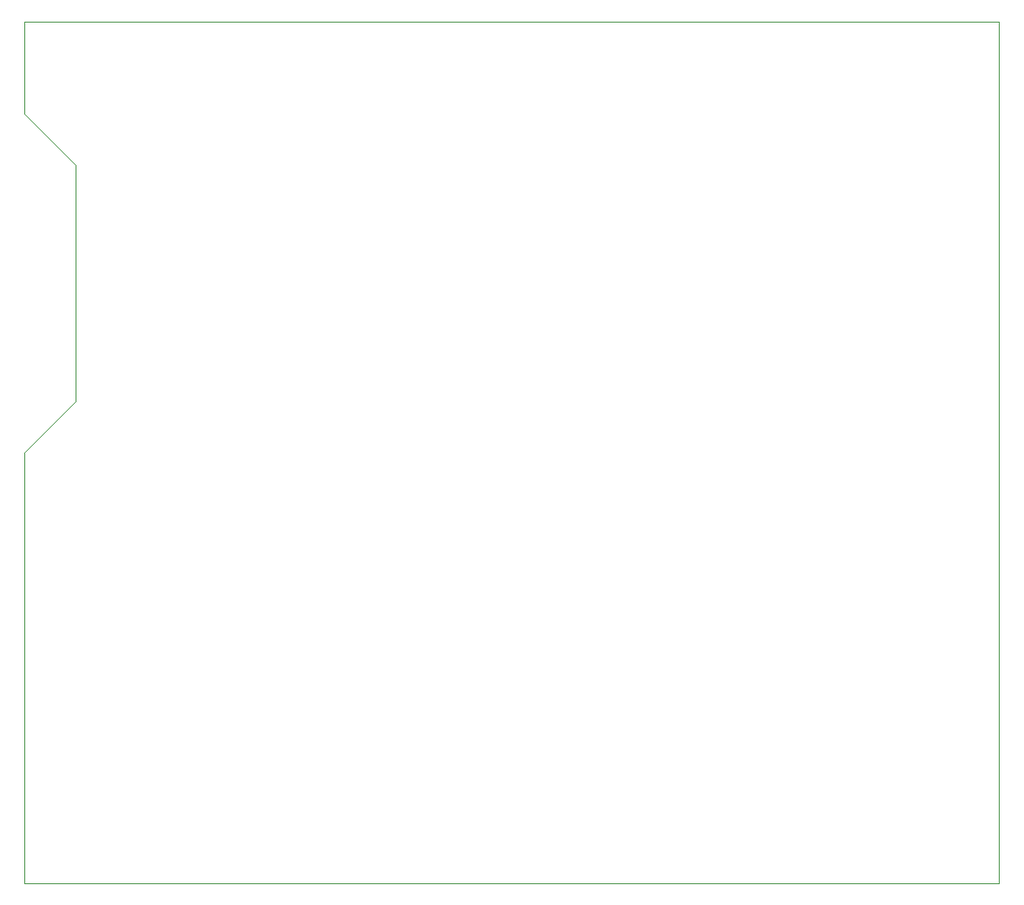
<source format=gbr>
%TF.GenerationSoftware,KiCad,Pcbnew,8.0.6-8.0.6-0~ubuntu24.04.1*%
%TF.CreationDate,2024-10-19T21:07:47+02:00*%
%TF.ProjectId,ESP_PLC,4553505f-504c-4432-9e6b-696361645f70,rev?*%
%TF.SameCoordinates,Original*%
%TF.FileFunction,Profile,NP*%
%FSLAX46Y46*%
G04 Gerber Fmt 4.6, Leading zero omitted, Abs format (unit mm)*
G04 Created by KiCad (PCBNEW 8.0.6-8.0.6-0~ubuntu24.04.1) date 2024-10-19 21:07:47*
%MOMM*%
%LPD*%
G01*
G04 APERTURE LIST*
%TA.AperFunction,Profile*%
%ADD10C,0.050000*%
%TD*%
G04 APERTURE END LIST*
D10*
X142000000Y-81000000D02*
X142000000Y-104000000D01*
X137000000Y-109000000D02*
X142000000Y-104000000D01*
X137000000Y-76000000D02*
X142000000Y-81000000D01*
X232000000Y-67000000D02*
X137000000Y-67000000D01*
X232000000Y-67000000D02*
X232000000Y-151000000D01*
X137000000Y-151000000D02*
X232000000Y-151000000D01*
X137000000Y-76000000D02*
X137000000Y-67000000D01*
X137000000Y-109000000D02*
X137000000Y-151000000D01*
M02*

</source>
